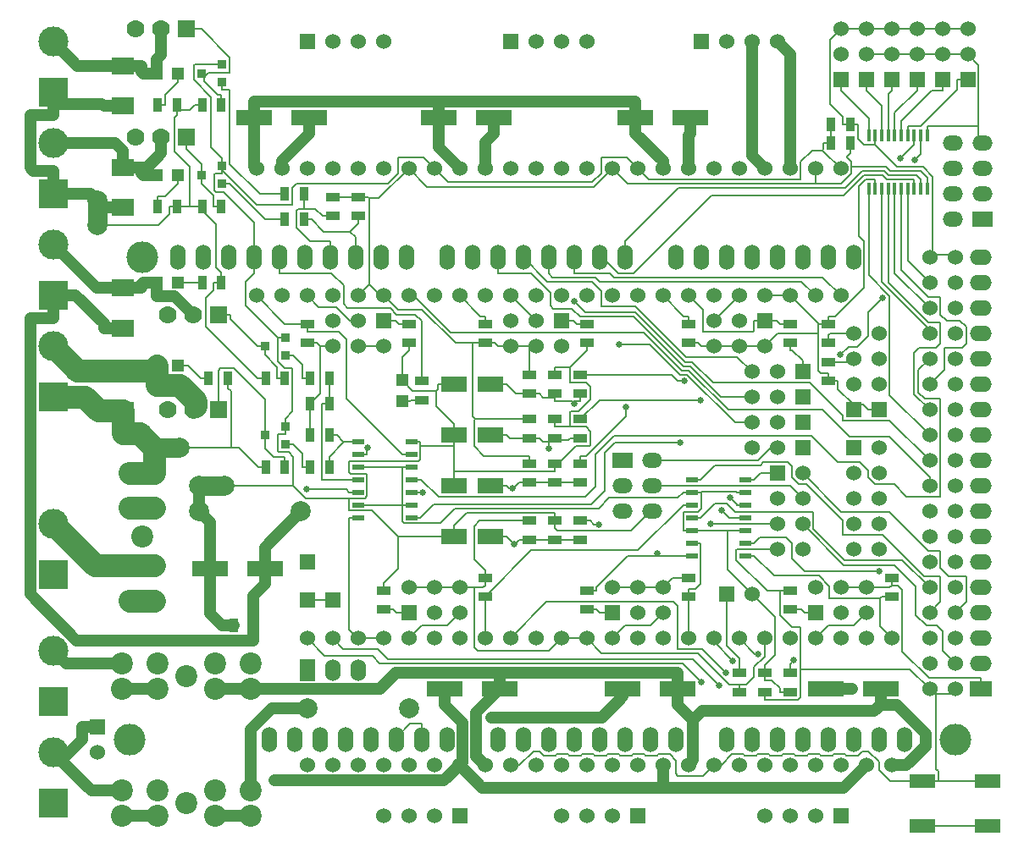
<source format=gtl>
G04 (created by PCBNEW-RS274X (2012-01-19 BZR 3256)-stable) date 25/06/2013 20:59:23*
G01*
G70*
G90*
%MOIN*%
G04 Gerber Fmt 3.4, Leading zero omitted, Abs format*
%FSLAX34Y34*%
G04 APERTURE LIST*
%ADD10C,0.006000*%
%ADD11C,0.015000*%
%ADD12R,0.016000X0.050000*%
%ADD13R,0.055000X0.035000*%
%ADD14R,0.035000X0.055000*%
%ADD15C,0.060000*%
%ADD16R,0.060000X0.060000*%
%ADD17R,0.047200X0.047200*%
%ADD18R,0.141700X0.063000*%
%ADD19R,0.102400X0.063000*%
%ADD20R,0.086600X0.060000*%
%ADD21O,0.086600X0.060000*%
%ADD22C,0.078700*%
%ADD23C,0.070000*%
%ADD24R,0.070000X0.070000*%
%ADD25R,0.036000X0.036000*%
%ADD26O,0.060000X0.100000*%
%ADD27C,0.125000*%
%ADD28R,0.118100X0.118100*%
%ADD29C,0.118100*%
%ADD30C,0.086600*%
%ADD31R,0.060000X0.086600*%
%ADD32O,0.060000X0.086600*%
%ADD33R,0.078700X0.060000*%
%ADD34O,0.078700X0.060000*%
%ADD35R,0.086600X0.070900*%
%ADD36R,0.098400X0.055000*%
%ADD37R,0.045000X0.020000*%
%ADD38C,0.025000*%
%ADD39C,0.045000*%
%ADD40C,0.008000*%
%ADD41C,0.090000*%
%ADD42C,0.045000*%
%ADD43C,0.069800*%
G04 APERTURE END LIST*
G54D10*
G54D11*
X08642Y13705D02*
X07658Y13705D01*
X07658Y13705D02*
X07658Y13803D01*
X07658Y13803D02*
X08642Y13803D01*
X08642Y13803D02*
X08642Y13902D01*
X08642Y13902D02*
X07855Y13902D01*
X07855Y13902D02*
X07855Y14000D01*
X07855Y14000D02*
X08347Y14000D01*
X08347Y14000D02*
X08347Y14098D01*
X08347Y14098D02*
X07756Y14098D01*
X07756Y14098D02*
X07756Y14197D01*
X07756Y14197D02*
X08544Y14197D01*
X08544Y14197D02*
X08544Y14295D01*
X08544Y14295D02*
X07756Y14295D01*
X03945Y25242D02*
X03945Y24258D01*
X03945Y24258D02*
X03847Y24258D01*
X03847Y24258D02*
X03847Y25242D01*
X03847Y25242D02*
X03748Y25242D01*
X03748Y25242D02*
X03748Y24455D01*
X03748Y24455D02*
X03650Y24455D01*
X03650Y24455D02*
X03650Y24947D01*
X03650Y24947D02*
X03552Y24947D01*
X03552Y24947D02*
X03552Y24356D01*
X03552Y24356D02*
X03453Y24356D01*
X03453Y24356D02*
X03453Y25144D01*
X03453Y25144D02*
X03355Y25144D01*
X03355Y25144D02*
X03355Y24356D01*
X05908Y15795D02*
X06892Y15795D01*
X06892Y15795D02*
X06892Y15697D01*
X06892Y15697D02*
X05908Y15697D01*
X05908Y15697D02*
X05908Y15598D01*
X05908Y15598D02*
X06695Y15598D01*
X06695Y15598D02*
X06695Y15500D01*
X06695Y15500D02*
X06203Y15500D01*
X06203Y15500D02*
X06203Y15402D01*
X06203Y15402D02*
X06794Y15402D01*
X06794Y15402D02*
X06794Y15303D01*
X06794Y15303D02*
X06006Y15303D01*
X06006Y15303D02*
X06006Y15205D01*
X06006Y15205D02*
X06794Y15205D01*
G54D12*
X34000Y25700D03*
X34250Y25700D03*
X34510Y25700D03*
X34770Y25700D03*
X35020Y25700D03*
X35280Y25700D03*
X35540Y25700D03*
X35790Y25700D03*
X36050Y25700D03*
X36300Y25700D03*
X36300Y27800D03*
X36050Y27800D03*
X35790Y27800D03*
X35540Y27800D03*
X35280Y27800D03*
X35020Y27800D03*
X34770Y27800D03*
X34510Y27800D03*
X34250Y27800D03*
X34000Y27800D03*
G54D13*
X34900Y10375D03*
X34900Y09625D03*
G54D14*
X11775Y24500D03*
X11025Y24500D03*
X07775Y25000D03*
X08525Y25000D03*
G54D13*
X18900Y19625D03*
X18900Y20375D03*
X32400Y18125D03*
X32400Y18875D03*
X32400Y20375D03*
X32400Y19625D03*
X30900Y20375D03*
X30900Y19625D03*
X11900Y19625D03*
X11900Y20375D03*
X22900Y20375D03*
X22900Y19625D03*
X15900Y20375D03*
X15900Y19625D03*
X26900Y10375D03*
X26900Y09625D03*
X18900Y10375D03*
X18900Y09625D03*
X22900Y09125D03*
X22900Y09875D03*
X14900Y09125D03*
X14900Y09875D03*
X30900Y09125D03*
X30900Y09875D03*
X16400Y18125D03*
X16400Y17375D03*
G54D14*
X33275Y27500D03*
X32525Y27500D03*
X09775Y08500D03*
X09025Y08500D03*
G54D13*
X20650Y16625D03*
X20650Y15875D03*
G54D14*
X33275Y28250D03*
X32525Y28250D03*
G54D13*
X26900Y19625D03*
X26900Y20375D03*
X20650Y14875D03*
X20650Y14125D03*
X20650Y12625D03*
X20650Y11875D03*
G54D14*
X08525Y22000D03*
X07775Y22000D03*
X06775Y25000D03*
X06025Y25000D03*
X08775Y18250D03*
X08025Y18250D03*
G54D15*
X18900Y08000D03*
X17900Y08000D03*
X16900Y08000D03*
X15900Y08000D03*
X14900Y08000D03*
X13900Y08000D03*
X12900Y08000D03*
X11900Y08000D03*
X11900Y03000D03*
X12900Y03000D03*
X13900Y03000D03*
X14900Y03000D03*
X15900Y03000D03*
X16900Y03000D03*
X17900Y03000D03*
X18900Y03000D03*
X26900Y08000D03*
X25900Y08000D03*
X24900Y08000D03*
X23900Y08000D03*
X22900Y08000D03*
X21900Y08000D03*
X20900Y08000D03*
X19900Y08000D03*
X19900Y03000D03*
X20900Y03000D03*
X21900Y03000D03*
X22900Y03000D03*
X23900Y03000D03*
X24900Y03000D03*
X25900Y03000D03*
X26900Y03000D03*
X34900Y08000D03*
X33900Y08000D03*
X32900Y08000D03*
X31900Y08000D03*
X30900Y08000D03*
X29900Y08000D03*
X28900Y08000D03*
X27900Y08000D03*
X27900Y03000D03*
X28900Y03000D03*
X29900Y03000D03*
X30900Y03000D03*
X31900Y03000D03*
X32900Y03000D03*
X33900Y03000D03*
X34900Y03000D03*
X09900Y21500D03*
X10900Y21500D03*
X11900Y21500D03*
X12900Y21500D03*
X13900Y21500D03*
X14900Y21500D03*
X15900Y21500D03*
X16900Y21500D03*
X16900Y26500D03*
X15900Y26500D03*
X14900Y26500D03*
X13900Y26500D03*
X12900Y26500D03*
X11900Y26500D03*
X10900Y26500D03*
X09900Y26500D03*
X17900Y21500D03*
X18900Y21500D03*
X19900Y21500D03*
X20900Y21500D03*
X21900Y21500D03*
X22900Y21500D03*
X23900Y21500D03*
X24900Y21500D03*
X24900Y26500D03*
X23900Y26500D03*
X22900Y26500D03*
X21900Y26500D03*
X20900Y26500D03*
X19900Y26500D03*
X18900Y26500D03*
X17900Y26500D03*
G54D16*
X33400Y17000D03*
G54D15*
X33400Y18000D03*
X33400Y19000D03*
X33400Y20000D03*
G54D16*
X15900Y09000D03*
G54D15*
X15900Y10000D03*
X16900Y09000D03*
X16900Y10000D03*
X17900Y09000D03*
X17900Y10000D03*
G54D16*
X14900Y20500D03*
G54D15*
X14900Y19500D03*
X13900Y20500D03*
X13900Y19500D03*
X12900Y20500D03*
X12900Y19500D03*
G54D16*
X29900Y20500D03*
G54D15*
X29900Y19500D03*
X28900Y20500D03*
X28900Y19500D03*
X27900Y20500D03*
X27900Y19500D03*
G54D16*
X31900Y09000D03*
G54D15*
X31900Y10000D03*
X32900Y09000D03*
X32900Y10000D03*
X33900Y09000D03*
X33900Y10000D03*
G54D16*
X23900Y09000D03*
G54D15*
X23900Y10000D03*
X24900Y09000D03*
X24900Y10000D03*
X25900Y09000D03*
X25900Y10000D03*
G54D16*
X31400Y17500D03*
G54D15*
X30400Y17500D03*
X29400Y17500D03*
G54D16*
X32900Y30000D03*
G54D15*
X32900Y31000D03*
X32900Y32000D03*
G54D16*
X34900Y30000D03*
G54D15*
X34900Y31000D03*
X34900Y32000D03*
G54D16*
X35900Y30000D03*
G54D15*
X35900Y31000D03*
X35900Y32000D03*
G54D16*
X36900Y30000D03*
G54D15*
X36900Y31000D03*
X36900Y32000D03*
G54D16*
X37900Y30000D03*
G54D15*
X37900Y31000D03*
X37900Y32000D03*
G54D16*
X31400Y18500D03*
G54D15*
X30400Y18500D03*
X29400Y18500D03*
G54D16*
X33900Y30000D03*
G54D15*
X33900Y31000D03*
X33900Y32000D03*
G54D16*
X31400Y16500D03*
G54D15*
X30400Y16500D03*
X29400Y16500D03*
G54D16*
X31400Y15500D03*
G54D15*
X30400Y15500D03*
X29400Y15500D03*
G54D16*
X03650Y04500D03*
G54D15*
X03650Y03500D03*
G54D16*
X12900Y09500D03*
X11900Y11000D03*
X11900Y09500D03*
G54D17*
X06813Y22000D03*
X05987Y22000D03*
X06813Y18750D03*
X05987Y18750D03*
X06813Y26250D03*
X05987Y26250D03*
G54D18*
X34483Y06000D03*
X32317Y06000D03*
X10233Y10750D03*
X08067Y10750D03*
X17067Y28500D03*
X19233Y28500D03*
X09817Y28500D03*
X11983Y28500D03*
X26483Y06000D03*
X24317Y06000D03*
X19483Y06000D03*
X17317Y06000D03*
G54D16*
X33400Y15500D03*
G54D15*
X34400Y15500D03*
X33400Y14500D03*
X34400Y14500D03*
X33400Y13500D03*
X34400Y13500D03*
X33400Y12500D03*
X34400Y12500D03*
X33400Y11500D03*
X34400Y11500D03*
G54D16*
X30400Y14500D03*
G54D15*
X31400Y14500D03*
X30400Y13500D03*
X31400Y13500D03*
X30400Y12500D03*
X31400Y12500D03*
X30400Y11500D03*
X31400Y11500D03*
G54D16*
X34400Y17000D03*
G54D15*
X34400Y18000D03*
X34400Y19000D03*
X34400Y20000D03*
G54D19*
X19109Y12000D03*
X17691Y12000D03*
X19109Y16000D03*
X17691Y16000D03*
X19109Y14000D03*
X17691Y14000D03*
G54D20*
X38400Y06000D03*
G54D21*
X38400Y07000D03*
X38400Y08000D03*
X38400Y09000D03*
X38400Y10000D03*
X38400Y11000D03*
X38400Y12000D03*
X38400Y13000D03*
X38400Y14000D03*
X38400Y15000D03*
X38400Y16000D03*
X38400Y17000D03*
X38400Y18000D03*
X38400Y19000D03*
X38400Y20000D03*
X38400Y21000D03*
X38400Y22000D03*
X38400Y23000D03*
G54D22*
X07650Y13000D03*
X11650Y13000D03*
X11900Y05250D03*
X15900Y05250D03*
G54D23*
X07400Y17000D03*
X06400Y17000D03*
G54D24*
X08400Y17000D03*
G54D23*
X06150Y27750D03*
X05150Y27750D03*
G54D24*
X07150Y27750D03*
G54D23*
X07400Y20750D03*
X06400Y20750D03*
G54D24*
X08400Y20750D03*
G54D25*
X08550Y26600D03*
X08550Y25900D03*
X07750Y26250D03*
G54D26*
X26400Y23000D03*
X27400Y23000D03*
X28400Y23000D03*
X29400Y23000D03*
X30400Y23000D03*
X31400Y23000D03*
X32400Y23000D03*
X33400Y23000D03*
X35400Y04000D03*
X34400Y04000D03*
X33400Y04000D03*
X32400Y04000D03*
X28400Y04000D03*
X26400Y04000D03*
X25400Y04000D03*
X29400Y04000D03*
X30400Y04000D03*
X31400Y04000D03*
X24400Y04000D03*
X23400Y04000D03*
X22400Y04000D03*
X19400Y04000D03*
X20400Y04000D03*
X21400Y04000D03*
X17400Y04000D03*
X16400Y04000D03*
X15400Y04000D03*
X13400Y04000D03*
X12400Y04000D03*
X24400Y23000D03*
X23400Y23000D03*
X22400Y23000D03*
X21400Y23000D03*
X20400Y23000D03*
X19400Y23000D03*
X18400Y23000D03*
X17400Y23000D03*
X15800Y23000D03*
X14800Y23000D03*
X13800Y23000D03*
X12800Y23000D03*
X11800Y23000D03*
X10800Y23000D03*
X09800Y23000D03*
X08800Y23000D03*
X14400Y04000D03*
G54D27*
X37400Y04000D03*
X05400Y23000D03*
X04900Y04000D03*
G54D15*
X36400Y22000D03*
X37400Y22000D03*
X36400Y21000D03*
X37400Y21000D03*
X36400Y20000D03*
X37400Y20000D03*
X36400Y19000D03*
X37400Y19000D03*
X36400Y23000D03*
X37400Y23000D03*
X37400Y18000D03*
X36400Y18000D03*
X36400Y17000D03*
X37400Y17000D03*
X36400Y16000D03*
X37400Y16000D03*
X36400Y15000D03*
X37400Y15000D03*
X36400Y14000D03*
X37400Y14000D03*
X36400Y13000D03*
X37400Y13000D03*
X36400Y12000D03*
X37400Y12000D03*
X36400Y11000D03*
X37400Y11000D03*
X36400Y10000D03*
X37400Y10000D03*
X36400Y09000D03*
X37400Y09000D03*
X36400Y08000D03*
X37400Y08000D03*
X36400Y07000D03*
X37400Y07000D03*
X36400Y06000D03*
X37400Y06000D03*
G54D26*
X07800Y23000D03*
X06800Y23000D03*
X11400Y04000D03*
X10400Y04000D03*
G54D17*
X15650Y17337D03*
X15650Y18163D03*
G54D13*
X29900Y06625D03*
X29900Y05875D03*
G54D23*
X06150Y32000D03*
X05150Y32000D03*
G54D24*
X07150Y32000D03*
G54D25*
X08550Y30600D03*
X08550Y29900D03*
X07750Y30250D03*
G54D14*
X11775Y25500D03*
X11025Y25500D03*
X07775Y29000D03*
X08525Y29000D03*
X06775Y29000D03*
X06025Y29000D03*
G54D28*
X01900Y05500D03*
G54D29*
X01900Y07500D03*
G54D28*
X01900Y29500D03*
G54D29*
X01900Y31500D03*
G54D17*
X06813Y30250D03*
X05987Y30250D03*
G54D16*
X17900Y01000D03*
G54D15*
X16900Y01000D03*
X15900Y01000D03*
X14900Y01000D03*
G54D16*
X24900Y01000D03*
G54D15*
X23900Y01000D03*
X22900Y01000D03*
X21900Y01000D03*
G54D16*
X32900Y01000D03*
G54D15*
X31900Y01000D03*
X30900Y01000D03*
X29900Y01000D03*
G54D16*
X11900Y31500D03*
G54D15*
X12900Y31500D03*
X13900Y31500D03*
X14900Y31500D03*
G54D30*
X08292Y01992D03*
X06008Y01992D03*
X06008Y01008D03*
X04630Y01992D03*
X04630Y01008D03*
X08292Y01008D03*
X09670Y01008D03*
X09670Y01992D03*
X07150Y01500D03*
X08292Y06992D03*
X06008Y06992D03*
X06008Y06008D03*
X04630Y06992D03*
X04630Y06008D03*
X08292Y06008D03*
X09670Y06008D03*
X09670Y06992D03*
X07150Y06500D03*
X04908Y13142D03*
X04908Y10858D03*
X05892Y10858D03*
X04908Y09480D03*
X05892Y09480D03*
X05892Y13142D03*
X05892Y14520D03*
X04908Y14520D03*
X05400Y12000D03*
G54D13*
X20650Y18375D03*
X20650Y17625D03*
G54D31*
X11900Y06750D03*
G54D32*
X12900Y06750D03*
X13900Y06750D03*
G54D19*
X19109Y18000D03*
X17691Y18000D03*
G54D33*
X38498Y24500D03*
G54D34*
X37302Y24500D03*
X38498Y25500D03*
X37302Y25500D03*
X38498Y26500D03*
X37302Y26500D03*
X38498Y27500D03*
X37302Y27500D03*
G54D13*
X21650Y17625D03*
X21650Y18375D03*
X21650Y15875D03*
X21650Y16625D03*
X21650Y11875D03*
X21650Y12625D03*
X21650Y14125D03*
X21650Y14875D03*
X13900Y25375D03*
X13900Y24625D03*
X12900Y25375D03*
X12900Y24625D03*
X22650Y18375D03*
X22650Y17625D03*
X22650Y16625D03*
X22650Y15875D03*
X22650Y12625D03*
X22650Y11875D03*
X22650Y14875D03*
X22650Y14125D03*
G54D35*
X04650Y18540D03*
X04650Y16960D03*
X04650Y21790D03*
X04650Y20210D03*
X04650Y26540D03*
X04650Y24960D03*
X04650Y30540D03*
X04650Y28960D03*
G54D28*
X01900Y21500D03*
G54D29*
X01900Y23500D03*
G54D28*
X01900Y17500D03*
G54D29*
X01900Y19500D03*
G54D28*
X01900Y25500D03*
G54D29*
X01900Y27500D03*
G54D28*
X01900Y01500D03*
G54D29*
X01900Y03500D03*
G54D28*
X01900Y10500D03*
G54D29*
X01900Y12500D03*
G54D36*
X36121Y00614D03*
X36121Y02386D03*
X38680Y00614D03*
X38680Y02386D03*
G54D22*
X08642Y14000D03*
X07658Y14000D03*
X03650Y25242D03*
X03650Y24258D03*
X05908Y15500D03*
X06892Y15500D03*
G54D25*
X11050Y16350D03*
X11050Y15650D03*
X10250Y16000D03*
X11050Y19850D03*
X11050Y19150D03*
X10250Y19500D03*
G54D37*
X27050Y14250D03*
X27050Y13750D03*
X27050Y13250D03*
X27050Y12750D03*
X27050Y12250D03*
X27050Y11750D03*
X27050Y11250D03*
X29150Y11250D03*
X29150Y11750D03*
X29150Y12250D03*
X29150Y12750D03*
X29150Y13250D03*
X29150Y13750D03*
X29150Y14250D03*
X16000Y12750D03*
X16000Y13250D03*
X16000Y13750D03*
X16000Y14250D03*
X16000Y14750D03*
X16000Y15250D03*
X16000Y15750D03*
X13900Y15750D03*
X13900Y15250D03*
X13900Y14750D03*
X13900Y14250D03*
X13900Y13750D03*
X13900Y13250D03*
X13900Y12750D03*
G54D13*
X30900Y05875D03*
X30900Y06625D03*
X28900Y05875D03*
X28900Y06625D03*
G54D14*
X12025Y16000D03*
X12775Y16000D03*
X12025Y17250D03*
X12775Y17250D03*
X12775Y14750D03*
X12025Y14750D03*
X12775Y18250D03*
X12025Y18250D03*
X10275Y14750D03*
X11025Y14750D03*
X10275Y18250D03*
X11025Y18250D03*
G54D16*
X28400Y09750D03*
G54D15*
X29400Y09750D03*
G54D16*
X19900Y31500D03*
G54D15*
X20900Y31500D03*
X21900Y31500D03*
X22900Y31500D03*
G54D16*
X27400Y31500D03*
G54D15*
X28400Y31500D03*
X29400Y31500D03*
X30400Y31500D03*
G54D18*
X24817Y28500D03*
X26983Y28500D03*
G54D15*
X25900Y21500D03*
X26900Y21500D03*
X27900Y21500D03*
X28900Y21500D03*
X29900Y21500D03*
X30900Y21500D03*
X31900Y21500D03*
X32900Y21500D03*
X32900Y26500D03*
X31900Y26500D03*
X30900Y26500D03*
X29900Y26500D03*
X28900Y26500D03*
X27900Y26500D03*
X26900Y26500D03*
X25900Y26500D03*
G54D16*
X21900Y20500D03*
G54D15*
X21900Y19500D03*
X20900Y20500D03*
X20900Y19500D03*
X19900Y20500D03*
X19900Y19500D03*
G54D33*
X24302Y15000D03*
G54D34*
X25498Y15000D03*
X24302Y14000D03*
X25498Y14000D03*
X24302Y13000D03*
X25498Y13000D03*
G54D38*
X31045Y07128D03*
X14284Y15509D03*
X11886Y13856D03*
X28539Y13522D03*
X28214Y13035D03*
X26576Y15715D03*
X16433Y13750D03*
X22400Y21275D03*
X25686Y11330D03*
G54D39*
X33334Y06000D03*
X10603Y02391D03*
X19147Y04888D03*
G54D38*
X24441Y17112D03*
X26757Y18127D03*
X23383Y12481D03*
X32868Y19157D03*
X34549Y21413D03*
X27379Y17374D03*
X27781Y12500D03*
X24182Y19579D03*
X20039Y11705D03*
X19998Y13893D03*
X21400Y15485D03*
X22400Y17235D03*
X35831Y26842D03*
X35262Y26899D03*
X27408Y06285D03*
X28128Y06126D03*
X28382Y06653D03*
X28644Y07119D03*
X34408Y10625D03*
X29651Y07388D03*
G54D40*
X32476Y31576D02*
X32900Y32000D01*
X32476Y29049D02*
X32476Y31576D01*
X35900Y32000D02*
X36900Y32000D01*
X32900Y32000D02*
X33900Y32000D01*
X25400Y15000D02*
X29651Y15000D01*
X32977Y28250D02*
X32977Y28548D01*
X34900Y32000D02*
X33900Y32000D01*
X36900Y32000D02*
X37900Y32000D01*
X36511Y23111D02*
X37289Y23111D01*
X11900Y09500D02*
X12900Y09500D01*
X29651Y15000D02*
X30151Y15500D01*
X34900Y32000D02*
X35900Y32000D01*
X36511Y23111D02*
X36511Y26183D01*
X36400Y23000D02*
X36511Y23111D01*
X36132Y26562D02*
X35115Y26562D01*
X32977Y28548D02*
X32476Y29049D01*
X37289Y23111D02*
X37400Y23000D01*
X35115Y26562D02*
X34250Y27427D01*
X33275Y28250D02*
X33573Y28250D01*
X33573Y27669D02*
X33815Y27427D01*
X33815Y27427D02*
X34250Y27427D01*
X34250Y27800D02*
X34250Y27427D01*
X33275Y28250D02*
X32977Y28250D01*
X30151Y15500D02*
X30400Y15500D01*
X36511Y26183D02*
X36132Y26562D01*
X33573Y28250D02*
X33573Y27669D01*
G54D41*
X05892Y14520D02*
X04908Y14520D01*
X05892Y15484D02*
X05892Y14520D01*
X04650Y16960D02*
X03684Y16960D01*
X03144Y17500D02*
X01900Y17500D01*
X05908Y15500D02*
X05892Y15484D01*
X05304Y16072D02*
X04650Y16072D01*
X03684Y16960D02*
X03144Y17500D01*
X05892Y13142D02*
X04908Y13142D01*
X05892Y15484D02*
X05304Y16072D01*
X04650Y16960D02*
X04650Y16072D01*
G54D40*
X18473Y07644D02*
X18605Y07512D01*
X33323Y26562D02*
X34692Y26562D01*
X29748Y14500D02*
X29498Y14250D01*
X30400Y14500D02*
X29748Y14500D01*
X29150Y14250D02*
X29498Y14250D01*
X18605Y07512D02*
X21412Y07512D01*
X18473Y10000D02*
X18473Y07644D01*
X21412Y07512D02*
X21900Y08000D01*
X21900Y08000D02*
X22900Y08000D01*
X16615Y25785D02*
X15900Y26500D01*
X23185Y25785D02*
X16615Y25785D01*
X34855Y26399D02*
X36051Y26399D01*
X34692Y26562D02*
X34855Y26399D01*
X32102Y18423D02*
X32400Y18423D01*
X32002Y20000D02*
X32002Y18523D01*
X32002Y20000D02*
X30400Y20000D01*
X33323Y26319D02*
X32904Y25900D01*
X13900Y25375D02*
X14298Y25375D01*
X12900Y25375D02*
X13900Y25375D01*
X13552Y08348D02*
X13900Y08000D01*
X33275Y27500D02*
X33275Y27102D01*
X33323Y26766D02*
X33323Y26562D01*
X33158Y26931D02*
X33323Y26766D01*
X33158Y26985D02*
X33158Y26931D01*
X33275Y27102D02*
X33158Y26985D01*
X14794Y21500D02*
X14347Y21947D01*
X33323Y26562D02*
X33323Y26319D01*
X24500Y25900D02*
X23900Y26500D01*
X31900Y25900D02*
X24500Y25900D01*
X19423Y19500D02*
X19900Y19500D01*
X19298Y19625D02*
X19423Y19500D01*
X13552Y12750D02*
X13552Y08348D01*
X13900Y08000D02*
X14900Y08000D01*
X29900Y19500D02*
X28900Y19500D01*
X14726Y25326D02*
X15900Y26500D01*
X14347Y25326D02*
X14726Y25326D01*
X14298Y25375D02*
X14347Y25326D01*
X20650Y18375D02*
X20650Y18673D01*
X32904Y25900D02*
X31900Y25900D01*
X23900Y26500D02*
X23185Y25785D01*
X28900Y19500D02*
X27900Y19500D01*
X30900Y21500D02*
X29900Y21500D01*
X32002Y20375D02*
X32002Y20000D01*
X32002Y18523D02*
X32102Y18423D01*
X30400Y20000D02*
X29900Y19500D01*
X20650Y15173D02*
X18863Y15173D01*
X18520Y16625D02*
X20650Y16625D01*
X31900Y26500D02*
X31900Y25900D01*
X20650Y19500D02*
X20650Y18673D01*
X19900Y19500D02*
X20650Y19500D01*
X20650Y19500D02*
X20900Y19500D01*
X18400Y19625D02*
X17735Y19625D01*
X18900Y19625D02*
X18400Y19625D01*
X14915Y21500D02*
X14900Y21500D01*
X15465Y20950D02*
X14915Y21500D01*
X16410Y20950D02*
X15465Y20950D01*
X17735Y19625D02*
X16410Y20950D01*
X18400Y16745D02*
X18520Y16625D01*
X18400Y19625D02*
X18400Y16745D01*
X18466Y16571D02*
X18520Y16625D01*
X18466Y15570D02*
X18466Y16571D01*
X18863Y15173D02*
X18466Y15570D01*
X20650Y14875D02*
X20650Y15173D01*
X13900Y19500D02*
X14900Y19500D01*
X27900Y19500D02*
X27423Y19500D01*
X26900Y19625D02*
X27298Y19625D01*
X28900Y05875D02*
X28900Y06173D01*
X29900Y07286D02*
X29900Y08000D01*
X13900Y12750D02*
X13552Y12750D01*
X33400Y17000D02*
X33400Y17212D01*
X34400Y17000D02*
X33977Y17000D01*
X20252Y12625D02*
X18674Y12625D01*
X18823Y10000D02*
X18900Y10077D01*
X18900Y10375D02*
X18900Y10077D01*
X16900Y10000D02*
X17900Y10000D01*
X18900Y10375D02*
X18900Y10673D01*
X20650Y12625D02*
X20252Y12625D01*
X17900Y10000D02*
X18473Y10000D01*
X11900Y19625D02*
X12298Y19625D01*
X12423Y19500D02*
X12298Y19625D01*
X12900Y19500D02*
X12423Y19500D01*
X18473Y10000D02*
X18823Y10000D01*
X14900Y21500D02*
X14794Y21500D01*
X23900Y10000D02*
X24900Y10000D01*
X14347Y25326D02*
X14347Y21947D01*
X14347Y21947D02*
X13900Y21500D01*
X16900Y10000D02*
X15900Y10000D01*
X18900Y19625D02*
X19298Y19625D01*
X12423Y17648D02*
X12025Y17250D01*
X12025Y17250D02*
X12025Y16000D01*
X18466Y12417D02*
X18466Y11107D01*
X18674Y12625D02*
X18466Y12417D01*
X32698Y20673D02*
X33824Y21799D01*
X29198Y06173D02*
X29486Y06461D01*
X28900Y06173D02*
X29198Y06173D01*
X32400Y18125D02*
X32400Y18423D01*
X32400Y18125D02*
X32798Y18125D01*
X27423Y19500D02*
X27298Y19625D01*
X32329Y20375D02*
X32400Y20375D01*
X33869Y26073D02*
X34250Y26073D01*
X33600Y25804D02*
X33869Y26073D01*
X33600Y23848D02*
X33600Y25804D01*
X33824Y23624D02*
X33600Y23848D01*
X33824Y21799D02*
X33824Y23624D01*
X29486Y06461D02*
X29486Y06872D01*
X32400Y20673D02*
X32698Y20673D01*
X32400Y20375D02*
X32400Y20673D01*
X34250Y25700D02*
X34250Y26073D01*
X32900Y10000D02*
X33900Y10000D01*
X34823Y10000D02*
X34900Y10077D01*
X33900Y10000D02*
X34823Y10000D01*
X34900Y10375D02*
X34900Y10077D01*
X35150Y10077D02*
X34900Y10077D01*
X35325Y09902D02*
X35150Y10077D01*
X35325Y07472D02*
X35325Y09902D01*
X36374Y06423D02*
X35325Y07472D01*
X26275Y10375D02*
X26502Y10375D01*
X32002Y20398D02*
X32002Y20375D01*
X30900Y21500D02*
X32002Y20398D01*
X23491Y07409D02*
X27277Y07409D01*
X33400Y17212D02*
X33765Y17212D01*
X32329Y20375D02*
X32002Y20375D01*
X36300Y26150D02*
X36300Y25700D01*
X36051Y26399D02*
X36300Y26150D01*
X25900Y10000D02*
X26275Y10375D01*
X12423Y19500D02*
X12423Y17648D01*
X18466Y11107D02*
X18900Y10673D01*
X29486Y06872D02*
X29900Y07286D01*
X38400Y06423D02*
X36374Y06423D01*
X32798Y17814D02*
X32798Y18125D01*
X33765Y17212D02*
X33977Y17000D01*
X26900Y10375D02*
X26502Y10375D01*
X33400Y17212D02*
X32798Y17814D01*
X28512Y06173D02*
X28900Y06173D01*
X27277Y07408D02*
X28512Y06173D01*
X38400Y06000D02*
X38400Y06423D01*
X22900Y08000D02*
X23491Y07409D01*
X27277Y07409D02*
X27277Y07408D01*
X24900Y10000D02*
X25900Y10000D01*
G54D42*
X24817Y28500D02*
X24817Y29123D01*
X15388Y06623D02*
X19483Y06623D01*
X09817Y29123D02*
X17067Y29123D01*
X24817Y28500D02*
X24817Y27877D01*
X26483Y06000D02*
X26483Y06623D01*
X25900Y26794D02*
X25900Y26500D01*
X34483Y05429D02*
X34483Y05377D01*
X08292Y06008D02*
X09670Y06008D01*
X18556Y05073D02*
X18556Y03344D01*
X34483Y05377D02*
X34228Y05122D01*
X19483Y06623D02*
X26483Y06623D01*
X34228Y05122D02*
X27442Y05122D01*
X34483Y05377D02*
X35106Y05377D01*
X19483Y06490D02*
X19483Y06623D01*
X35484Y03000D02*
X34900Y03000D01*
X17067Y28500D02*
X17067Y27333D01*
X17067Y29123D02*
X24817Y29123D01*
X09817Y28500D02*
X09817Y29123D01*
X27442Y05122D02*
X27090Y04770D01*
X34483Y06000D02*
X34483Y05429D01*
X14773Y06008D02*
X15388Y06623D01*
X27090Y04770D02*
X26483Y05377D01*
X09670Y06008D02*
X14773Y06008D01*
X17067Y27333D02*
X17900Y26500D01*
X26483Y06000D02*
X26483Y05377D01*
X18556Y03344D02*
X18900Y03000D01*
X27090Y03190D02*
X27090Y04770D01*
X17067Y28500D02*
X17067Y29123D01*
X09817Y26583D02*
X09900Y26500D01*
X36239Y04244D02*
X36239Y03755D01*
X19483Y06000D02*
X19483Y06490D01*
X09817Y28500D02*
X09817Y26583D01*
X24817Y27877D02*
X25900Y26794D01*
X36239Y03755D02*
X35484Y03000D01*
X35106Y05377D02*
X36239Y04244D01*
X26900Y03000D02*
X27090Y03190D01*
X19483Y06000D02*
X18556Y05073D01*
X02349Y21500D02*
X02798Y21500D01*
X10233Y11583D02*
X10233Y10750D01*
X01900Y21500D02*
X01900Y20602D01*
X01002Y20602D02*
X01000Y20600D01*
X01000Y20600D02*
X01000Y09731D01*
X11650Y13000D02*
X10233Y11583D01*
X09775Y08500D02*
X09775Y07917D01*
X02814Y07917D02*
X09775Y07917D01*
X01900Y20602D02*
X01002Y20602D01*
X01000Y09731D02*
X02814Y07917D01*
X01001Y26529D02*
X01001Y28601D01*
X04650Y28960D02*
X03909Y28960D01*
X03909Y24983D02*
X03650Y25242D01*
X02349Y21500D02*
X01900Y21500D01*
X01900Y29051D02*
X01900Y28602D01*
X02798Y21500D02*
X03909Y20389D01*
X03650Y25242D02*
X03392Y25500D01*
X01900Y29500D02*
X01900Y29051D01*
X11900Y05250D02*
X10526Y05250D01*
X10233Y10750D02*
X10233Y10127D01*
X04650Y20210D02*
X03909Y20210D01*
X01002Y28602D02*
X01900Y28602D01*
X01001Y28601D02*
X01002Y28602D01*
X01131Y26399D02*
X01001Y26529D01*
X03909Y20389D02*
X03909Y20210D01*
X09670Y01008D02*
X08292Y01008D01*
X04650Y24960D02*
X03909Y24960D01*
X01900Y29051D02*
X03818Y29051D01*
X03818Y29051D02*
X03909Y28960D01*
X01900Y26399D02*
X01131Y26399D01*
X10233Y10127D02*
X09775Y09669D01*
X09670Y04394D02*
X09670Y01992D01*
X03392Y25500D02*
X01900Y25500D01*
X10526Y05250D02*
X09670Y04394D01*
X09775Y09669D02*
X09775Y08500D01*
X01900Y25500D02*
X01900Y26399D01*
X03909Y24960D02*
X03909Y24983D01*
G54D40*
X30900Y06983D02*
X30900Y06625D01*
X31045Y07128D02*
X30900Y06983D01*
G54D41*
X05892Y09480D02*
X04908Y09480D01*
X05892Y10858D02*
X04908Y10858D01*
X03542Y10858D02*
X01900Y12500D01*
X04908Y10858D02*
X03542Y10858D01*
G54D40*
X10800Y23000D02*
X10800Y22377D01*
X15431Y20753D02*
X15171Y21013D01*
X16146Y20753D02*
X15431Y20753D01*
X13485Y21013D02*
X13334Y21164D01*
X16400Y18423D02*
X16400Y20499D01*
X15171Y21013D02*
X13485Y21013D01*
X16400Y18125D02*
X16400Y18423D01*
X16400Y20499D02*
X16146Y20753D01*
X13334Y21164D02*
X13334Y21905D01*
X12862Y22377D02*
X10800Y22377D01*
X13334Y21905D02*
X12862Y22377D01*
G54D42*
X04630Y06008D02*
X06008Y06008D01*
X02408Y06992D02*
X01900Y07500D01*
X04630Y06992D02*
X02408Y06992D01*
X05391Y26302D02*
X05443Y26250D01*
X04352Y27500D02*
X04650Y27202D01*
X05391Y26540D02*
X05391Y26302D01*
X06150Y27091D02*
X05599Y26540D01*
X06150Y27750D02*
X06150Y27091D01*
X04650Y26540D02*
X04650Y27202D01*
X05987Y26250D02*
X05443Y26250D01*
X05599Y26540D02*
X05391Y26540D01*
X01900Y27500D02*
X04352Y27500D01*
X04650Y26540D02*
X05391Y26540D01*
G54D41*
X07516Y17131D02*
X07516Y17332D01*
X05987Y18750D02*
X05987Y18497D01*
X05987Y18497D02*
X05987Y17981D01*
X02860Y18540D02*
X04650Y18540D01*
X01900Y19500D02*
X02860Y18540D01*
X05659Y18497D02*
X05987Y18497D01*
X05616Y18540D02*
X05659Y18497D01*
X04650Y18540D02*
X05616Y18540D01*
G54D43*
X07516Y17116D02*
X07400Y17000D01*
X07516Y17131D02*
X07516Y17116D01*
G54D41*
X06867Y17981D02*
X05987Y17981D01*
X07516Y17332D02*
X06867Y17981D01*
G54D42*
X05987Y22000D02*
X05987Y21456D01*
X05391Y21790D02*
X05391Y21948D01*
X05987Y22000D02*
X05443Y22000D01*
X06694Y21456D02*
X05987Y21456D01*
X01900Y23500D02*
X03610Y21790D01*
X04650Y21790D02*
X05391Y21790D01*
X05391Y21948D02*
X05443Y22000D01*
X07400Y20750D02*
X06694Y21456D01*
X03610Y21790D02*
X04650Y21790D01*
X02860Y30540D02*
X04650Y30540D01*
X01900Y31500D02*
X02860Y30540D01*
X05391Y30302D02*
X05443Y30250D01*
X05391Y30540D02*
X05391Y30302D01*
X05987Y30250D02*
X05443Y30250D01*
X04650Y30540D02*
X05391Y30540D01*
X06150Y30957D02*
X05987Y30794D01*
X06150Y32000D02*
X06150Y30957D01*
X05987Y30250D02*
X05987Y30794D01*
G54D40*
X07775Y29000D02*
X07477Y29000D01*
X07926Y21401D02*
X08227Y21702D01*
X08227Y21702D02*
X08227Y22000D01*
X10275Y18250D02*
X09945Y18250D01*
X08525Y22000D02*
X08525Y22398D01*
X07626Y25000D02*
X08307Y24319D01*
X08525Y22000D02*
X08227Y22000D01*
X08307Y24319D02*
X08307Y22616D01*
X07626Y25000D02*
X07477Y25000D01*
X06775Y28801D02*
X07278Y28801D01*
X09945Y18250D02*
X07926Y20269D01*
X07926Y20269D02*
X07926Y21401D01*
X07775Y25000D02*
X07626Y25000D01*
X08307Y22616D02*
X08525Y22398D01*
X07284Y25000D02*
X07477Y25000D01*
X07073Y25000D02*
X07284Y25000D01*
X07284Y26579D02*
X06676Y27187D01*
X06676Y27187D02*
X06676Y28503D01*
X06775Y28801D02*
X06775Y28602D01*
X06676Y28503D02*
X06775Y28602D01*
X06775Y25000D02*
X07073Y25000D01*
X06775Y25000D02*
X06477Y25000D01*
X06033Y24258D02*
X06477Y24702D01*
X07278Y28801D02*
X07477Y29000D01*
X07284Y25000D02*
X07284Y26579D01*
X06775Y29000D02*
X06775Y28801D01*
X06477Y24702D02*
X06477Y25000D01*
X03650Y24258D02*
X06033Y24258D01*
G54D42*
X04630Y01008D02*
X06008Y01008D01*
X03408Y01992D02*
X02217Y03183D01*
X04630Y01992D02*
X03408Y01992D01*
X02217Y03183D02*
X01900Y03500D01*
X03042Y04008D02*
X03042Y04500D01*
X02217Y03183D02*
X03042Y04008D01*
X03650Y04500D02*
X03042Y04500D01*
G54D40*
X38680Y00614D02*
X36121Y00614D01*
G54D42*
X29400Y27000D02*
X29900Y26500D01*
X29400Y31500D02*
X29400Y27000D01*
X30900Y31000D02*
X30900Y26500D01*
X30400Y31500D02*
X30900Y31000D01*
G54D40*
X13900Y24625D02*
X13900Y24327D01*
X11775Y24500D02*
X12073Y24500D01*
X12557Y24016D02*
X12073Y24500D01*
X13589Y24016D02*
X12557Y24016D01*
X13589Y24016D02*
X13900Y24327D01*
X13800Y23623D02*
X13800Y23805D01*
X13800Y23000D02*
X13800Y23623D01*
X13800Y23805D02*
X13589Y24016D01*
X32922Y12978D02*
X31400Y14500D01*
X36802Y11434D02*
X36353Y11434D01*
X37157Y10424D02*
X36824Y10757D01*
X37400Y09000D02*
X37834Y09434D01*
X36824Y11412D02*
X36802Y11434D01*
X34809Y12978D02*
X32922Y12978D01*
X37834Y09434D02*
X37834Y10402D01*
X36824Y10757D02*
X36824Y11412D01*
X36353Y11434D02*
X34809Y12978D01*
X37812Y10424D02*
X37157Y10424D01*
X37834Y10402D02*
X37812Y10424D01*
X36900Y08268D02*
X36900Y07500D01*
X36900Y07500D02*
X37400Y07000D01*
X33023Y10877D02*
X35023Y10877D01*
X35023Y10877D02*
X35863Y10037D01*
X35863Y10037D02*
X35863Y08909D01*
X35863Y08909D02*
X36272Y08500D01*
X36272Y08500D02*
X36668Y08500D01*
X36668Y08500D02*
X36900Y08268D01*
X31400Y12500D02*
X33023Y10877D01*
X14248Y15473D02*
X14284Y15509D01*
X14248Y15250D02*
X14248Y15473D01*
X13900Y15250D02*
X14248Y15250D01*
X12775Y16000D02*
X13073Y16000D01*
X12775Y14750D02*
X12775Y15148D01*
X13323Y15696D02*
X12775Y15148D01*
X13323Y15750D02*
X13323Y15696D01*
X13900Y15750D02*
X13323Y15750D01*
X13323Y15750D02*
X13073Y16000D01*
X13446Y13856D02*
X11886Y13856D01*
X13900Y13750D02*
X13552Y13750D01*
X13552Y13750D02*
X13446Y13856D01*
X13900Y14250D02*
X12498Y14250D01*
X12775Y17250D02*
X12477Y17250D01*
X12498Y14250D02*
X12477Y14271D01*
X12775Y18250D02*
X12775Y17250D01*
X12477Y14271D02*
X12477Y17250D01*
X23989Y22214D02*
X32186Y22214D01*
X23826Y22377D02*
X23989Y22214D01*
X22400Y22377D02*
X23826Y22377D01*
X22400Y23000D02*
X22400Y22377D01*
X32186Y22214D02*
X32900Y21500D01*
X28802Y13250D02*
X28802Y13259D01*
X28802Y13259D02*
X28539Y13522D01*
X29150Y13250D02*
X28802Y13250D01*
X28499Y12750D02*
X28214Y13035D01*
X29150Y12750D02*
X28499Y12750D01*
X26727Y20673D02*
X26900Y20673D01*
X25900Y21500D02*
X26727Y20673D01*
X26900Y20375D02*
X26900Y20673D01*
X21400Y23000D02*
X21400Y22377D01*
X21400Y22377D02*
X21564Y22213D01*
X21564Y22213D02*
X23263Y22213D01*
X23263Y22213D02*
X23430Y22046D01*
X23430Y22046D02*
X31354Y22046D01*
X31354Y22046D02*
X31900Y21500D01*
X22850Y13277D02*
X22861Y13277D01*
X16000Y12750D02*
X16348Y12750D01*
X23077Y13277D02*
X23600Y13800D01*
X16875Y13277D02*
X22850Y13277D01*
X24015Y15715D02*
X24283Y15715D01*
X23600Y13800D02*
X23600Y15300D01*
X23600Y15300D02*
X24015Y15715D01*
X16348Y12750D02*
X16875Y13277D01*
X22850Y13277D02*
X23077Y13277D01*
X24283Y15715D02*
X26576Y15715D01*
X18900Y20375D02*
X18900Y20673D01*
X16000Y13750D02*
X16433Y13750D01*
X18727Y20673D02*
X18900Y20673D01*
X17900Y21500D02*
X18727Y20673D01*
X24821Y20837D02*
X22838Y20837D01*
X32973Y16596D02*
X32973Y16760D01*
X34826Y16574D02*
X32995Y16574D01*
X32995Y16574D02*
X32973Y16596D01*
X32973Y16760D02*
X31673Y18060D01*
X36400Y15000D02*
X34826Y16574D01*
X31673Y18060D02*
X27868Y18060D01*
X27064Y18864D02*
X26794Y18864D01*
X26794Y18864D02*
X24821Y20837D01*
X27868Y18060D02*
X27064Y18864D01*
X22838Y20837D02*
X22400Y21275D01*
X35957Y18557D02*
X35957Y17677D01*
X35957Y17677D02*
X36200Y17434D01*
X36824Y13588D02*
X36812Y13576D01*
X36802Y17434D02*
X36824Y17412D01*
X22846Y13562D02*
X17076Y13562D01*
X32797Y14939D02*
X31763Y15973D01*
X36812Y13576D02*
X35497Y13576D01*
X36824Y17412D02*
X36824Y13588D01*
X23973Y15973D02*
X23250Y15250D01*
X35014Y14059D02*
X34243Y14059D01*
X34243Y14059D02*
X33977Y14325D01*
X36400Y19000D02*
X35957Y18557D01*
X16388Y14250D02*
X16000Y14250D01*
X23250Y13966D02*
X22846Y13562D01*
X17076Y13562D02*
X16388Y14250D01*
X35497Y13576D02*
X35014Y14059D01*
X36200Y17434D02*
X36802Y17434D01*
X31763Y15973D02*
X23973Y15973D01*
X23250Y15250D02*
X23250Y13966D01*
X33638Y14939D02*
X32797Y14939D01*
X33977Y14600D02*
X33638Y14939D01*
X33977Y14325D02*
X33977Y14600D01*
X09900Y21500D02*
X11025Y20375D01*
X16000Y15250D02*
X15652Y15250D01*
X11900Y20375D02*
X11900Y20077D01*
X15652Y15250D02*
X13459Y17443D01*
X13459Y17443D02*
X13459Y19766D01*
X13459Y19766D02*
X13148Y20077D01*
X13148Y20077D02*
X11900Y20077D01*
X11025Y20375D02*
X11900Y20375D01*
X32183Y17000D02*
X28466Y17000D01*
X36400Y14341D02*
X34817Y15924D01*
X36400Y14000D02*
X36400Y14341D01*
X16091Y21500D02*
X15900Y21500D01*
X34817Y15924D02*
X33259Y15924D01*
X26658Y18538D02*
X25160Y20036D01*
X33259Y15924D02*
X32183Y17000D01*
X17555Y20036D02*
X16091Y21500D01*
X26928Y18538D02*
X26658Y18538D01*
X28466Y17000D02*
X26928Y18538D01*
X25160Y20036D02*
X17555Y20036D01*
X12229Y24898D02*
X11775Y24898D01*
X12502Y24625D02*
X12229Y24898D01*
X11775Y24898D02*
X11549Y24898D01*
X11549Y24898D02*
X11477Y24826D01*
X12027Y23624D02*
X12800Y23624D01*
X12800Y23624D02*
X12800Y23623D01*
X11775Y25500D02*
X11775Y24898D01*
X11477Y24826D02*
X11477Y24174D01*
X12900Y24625D02*
X12502Y24625D01*
X12800Y23000D02*
X12800Y23623D01*
X11477Y24174D02*
X12027Y23624D01*
X09800Y22841D02*
X09800Y22377D01*
X10747Y15356D02*
X10747Y16025D01*
X38324Y30576D02*
X37900Y31000D01*
X38324Y28173D02*
X38324Y30576D01*
X21650Y18673D02*
X22246Y18673D01*
X08642Y14000D02*
X11354Y14000D01*
X32525Y27500D02*
X32227Y27500D01*
X22246Y18673D02*
X22900Y19327D01*
X10769Y16047D02*
X11050Y16047D01*
X11050Y19850D02*
X10747Y19850D01*
X08550Y26600D02*
X08550Y26449D01*
X30502Y09875D02*
X30001Y09875D01*
X30001Y09875D02*
X28794Y11082D01*
X28794Y11082D02*
X28794Y11478D01*
X28794Y11478D02*
X28816Y11500D01*
X28816Y11500D02*
X30400Y11500D01*
X09800Y24370D02*
X08609Y25561D01*
X10747Y16025D02*
X10769Y16047D01*
X08329Y25561D02*
X08247Y25643D01*
X08247Y25643D02*
X08247Y26275D01*
X08247Y26275D02*
X08269Y26297D01*
X08269Y26297D02*
X08550Y26297D01*
X09800Y22841D02*
X09800Y23000D01*
X11050Y16350D02*
X11050Y16047D01*
X11354Y14000D02*
X11354Y15146D01*
X09800Y23000D02*
X09800Y24370D01*
X11836Y13518D02*
X13542Y13518D01*
X38324Y27500D02*
X38324Y28173D01*
X38324Y28173D02*
X36300Y28173D01*
X15900Y19625D02*
X15900Y19327D01*
X15900Y19327D02*
X15650Y19077D01*
X15650Y19077D02*
X15650Y18522D01*
X15476Y12000D02*
X14450Y13026D01*
X14450Y13026D02*
X13564Y13026D01*
X16063Y17750D02*
X15650Y18163D01*
X25686Y11250D02*
X25686Y11330D01*
X11166Y15334D02*
X10769Y15334D01*
X24476Y26924D02*
X24900Y26500D01*
X36300Y27800D02*
X36300Y28173D01*
X26498Y02575D02*
X26413Y02660D01*
X37400Y06000D02*
X37212Y05812D01*
X36651Y02847D02*
X36736Y02762D01*
X30900Y09875D02*
X30502Y09875D01*
X29900Y05875D02*
X29900Y05577D01*
X24900Y26500D02*
X25336Y26064D01*
X25336Y26064D02*
X31302Y26064D01*
X31302Y26064D02*
X31324Y26086D01*
X11354Y15146D02*
X11166Y15334D01*
X27900Y03000D02*
X27475Y02575D01*
X16900Y26500D02*
X17443Y25957D01*
X17443Y25957D02*
X23124Y25957D01*
X23124Y25957D02*
X23466Y26299D01*
X23466Y26299D02*
X23466Y26902D01*
X23466Y26902D02*
X23488Y26924D01*
X31324Y26086D02*
X31324Y26760D01*
X21650Y14726D02*
X22496Y15572D01*
X23027Y15572D02*
X23049Y15594D01*
X23049Y16152D02*
X22874Y16327D01*
X17691Y14577D02*
X17691Y14438D01*
X14227Y14482D02*
X13617Y14482D01*
X13617Y14482D02*
X13552Y14547D01*
X17691Y15562D02*
X17691Y14577D01*
X17691Y14577D02*
X21650Y14577D01*
X16348Y15562D02*
X17691Y15562D01*
X22246Y18083D02*
X22246Y18673D01*
X22889Y18061D02*
X22268Y18061D01*
X16348Y15049D02*
X16348Y15562D01*
X17691Y16000D02*
X17691Y15562D01*
X16000Y15750D02*
X16348Y15750D01*
X17691Y12000D02*
X17691Y12438D01*
X21650Y14726D02*
X21650Y14577D01*
X13552Y14547D02*
X13552Y14961D01*
X13552Y14961D02*
X13574Y14983D01*
X13574Y14983D02*
X16282Y14983D01*
X16348Y15562D02*
X16348Y15750D01*
X14167Y13518D02*
X14249Y13600D01*
X22589Y16936D02*
X23048Y17395D01*
X23048Y17395D02*
X23048Y17902D01*
X23048Y17902D02*
X22889Y18061D01*
X22270Y16936D02*
X22589Y16936D01*
X22248Y16914D02*
X22270Y16936D01*
X22248Y16327D02*
X22248Y16914D01*
X14249Y13600D02*
X14249Y14460D01*
X13542Y13518D02*
X14167Y13518D01*
X14249Y14460D02*
X14227Y14482D01*
X17691Y12438D02*
X18176Y12923D01*
X10769Y15334D02*
X10747Y15356D01*
X22268Y18061D02*
X22246Y18083D01*
X08609Y25561D02*
X08329Y25561D01*
X21650Y16327D02*
X22248Y16327D01*
X16476Y26924D02*
X16900Y26500D01*
X16282Y14983D02*
X16348Y15049D01*
X17056Y17808D02*
X16998Y17750D01*
X23488Y26924D02*
X24476Y26924D01*
X13564Y13026D02*
X13542Y13048D01*
X13542Y13048D02*
X13542Y13518D01*
X15488Y26924D02*
X16476Y26924D01*
X17691Y14000D02*
X17691Y14438D01*
X08550Y26449D02*
X09915Y25084D01*
X31324Y26760D02*
X31782Y27218D01*
X31782Y27218D02*
X32182Y27218D01*
X32227Y27263D02*
X32227Y27500D01*
X18176Y12923D02*
X21650Y12923D01*
X21650Y14875D02*
X21650Y14726D01*
X11330Y25106D02*
X11330Y25745D01*
X11330Y25745D02*
X11484Y25899D01*
X11484Y25899D02*
X15066Y25899D01*
X15066Y25899D02*
X15466Y26299D01*
X15466Y26299D02*
X15466Y26902D01*
X15466Y26902D02*
X15488Y26924D01*
X32182Y27218D02*
X32227Y27263D01*
X08550Y26449D02*
X08550Y26297D01*
X15476Y12000D02*
X17691Y12000D01*
X21650Y12625D02*
X21650Y12923D01*
X17691Y18000D02*
X17056Y18000D01*
X17691Y16000D02*
X17691Y16438D01*
X16998Y17750D02*
X16998Y17131D01*
X16998Y17131D02*
X17691Y16438D01*
X16998Y17750D02*
X16063Y17750D01*
X21650Y12625D02*
X21650Y12327D01*
X17056Y18000D02*
X17056Y17808D01*
X32182Y27218D02*
X32900Y26500D01*
X21650Y12327D02*
X21744Y12233D01*
X21744Y12233D02*
X24633Y12233D01*
X24633Y12233D02*
X25400Y13000D01*
X25686Y11250D02*
X26702Y11250D01*
X23298Y09875D02*
X23298Y10017D01*
X23298Y10017D02*
X24531Y11250D01*
X24531Y11250D02*
X25686Y11250D01*
X11354Y14000D02*
X11836Y13518D01*
X38400Y27500D02*
X38324Y27500D01*
X11050Y16653D02*
X11324Y16927D01*
X11324Y16927D02*
X11324Y18627D01*
X28628Y03429D02*
X28199Y03000D01*
X28199Y03000D02*
X27900Y03000D01*
X11324Y18627D02*
X11302Y18649D01*
X29628Y03429D02*
X29570Y03371D01*
X33570Y03371D02*
X33129Y03371D01*
X33129Y03371D02*
X33071Y03429D01*
X33071Y03429D02*
X32628Y03429D01*
X32628Y03429D02*
X32570Y03371D01*
X32570Y03371D02*
X32129Y03371D01*
X32129Y03371D02*
X32071Y03429D01*
X32071Y03429D02*
X31628Y03429D01*
X23049Y15594D02*
X23049Y16152D01*
X29570Y03371D02*
X29129Y03371D01*
X29129Y03371D02*
X29071Y03429D01*
X31628Y03429D02*
X31570Y03371D01*
X29071Y03429D02*
X28628Y03429D01*
X11308Y25084D02*
X11330Y25106D01*
X09915Y25084D02*
X11308Y25084D01*
X22874Y16327D02*
X22248Y16327D01*
X22496Y15572D02*
X23027Y15572D01*
X21650Y18375D02*
X21650Y18673D01*
X16400Y04000D02*
X16400Y04623D01*
X15400Y04080D02*
X15943Y04623D01*
X15943Y04623D02*
X16400Y04623D01*
X15400Y04000D02*
X15400Y04080D01*
X08550Y26600D02*
X08550Y26903D01*
X08550Y30600D02*
X07468Y30600D01*
X07468Y30600D02*
X07446Y30578D01*
X07446Y30578D02*
X07446Y29998D01*
X07446Y29998D02*
X08127Y29317D01*
X08127Y27326D02*
X08550Y26903D01*
X22900Y19625D02*
X22900Y19327D01*
X32525Y28250D02*
X32525Y27500D01*
X11302Y18649D02*
X11007Y18649D01*
X31570Y03371D02*
X31129Y03371D01*
X34900Y31000D02*
X35900Y31000D01*
X33900Y31000D02*
X34900Y31000D01*
X30900Y19625D02*
X30900Y19327D01*
X31400Y18500D02*
X31400Y18923D01*
X31400Y18923D02*
X30996Y19327D01*
X30996Y19327D02*
X30900Y19327D01*
X27050Y11250D02*
X26702Y11250D01*
X31129Y03371D02*
X31071Y03429D01*
X21650Y16625D02*
X21650Y16327D01*
X09800Y22377D02*
X09477Y22054D01*
X09477Y22054D02*
X09477Y21120D01*
X08127Y29317D02*
X08127Y27326D01*
X30570Y03371D02*
X30129Y03371D01*
X31302Y08432D02*
X31324Y08410D01*
X31324Y08410D02*
X31324Y06771D01*
X36400Y06000D02*
X35629Y06771D01*
X35629Y06771D02*
X31324Y06771D01*
X36651Y05812D02*
X36588Y05812D01*
X36588Y05812D02*
X36400Y06000D01*
X15476Y12000D02*
X15476Y10749D01*
X36121Y02386D02*
X36736Y02386D01*
X31071Y03429D02*
X30628Y03429D01*
X30628Y03429D02*
X30570Y03371D01*
X30129Y03371D02*
X30071Y03429D01*
X30071Y03429D02*
X29628Y03429D01*
X38680Y02386D02*
X36736Y02386D01*
X15476Y10749D02*
X14900Y10173D01*
X30969Y08432D02*
X31302Y08432D01*
X14900Y09875D02*
X14900Y10173D01*
X11050Y16350D02*
X11050Y16653D01*
X33754Y03555D02*
X33570Y03371D01*
X30502Y08899D02*
X30969Y08432D01*
X11007Y18649D02*
X10747Y18909D01*
X09477Y21120D02*
X10747Y19850D01*
X10747Y18909D02*
X10747Y19850D01*
X36900Y31000D02*
X37900Y31000D01*
X35900Y31000D02*
X36900Y31000D01*
X31324Y06771D02*
X31324Y05675D01*
X31324Y05675D02*
X31226Y05577D01*
X31226Y05577D02*
X29900Y05577D01*
X30502Y09875D02*
X30502Y08899D01*
X15650Y18163D02*
X15650Y18522D01*
X34835Y02386D02*
X34400Y02821D01*
X22230Y03371D02*
X22172Y03429D01*
X22172Y03429D02*
X21730Y03429D01*
X36651Y05812D02*
X36651Y02847D01*
X23730Y03429D02*
X23672Y03371D01*
X23672Y03371D02*
X23230Y03371D01*
X23230Y03371D02*
X23172Y03429D01*
X23172Y03429D02*
X22730Y03429D01*
X22730Y03429D02*
X22672Y03371D01*
X26413Y02660D02*
X26413Y03188D01*
X26172Y03429D02*
X25730Y03429D01*
X34400Y02821D02*
X34400Y03150D01*
X34400Y03150D02*
X33995Y03555D01*
X33995Y03555D02*
X33754Y03555D01*
X21672Y03371D02*
X21230Y03371D01*
X21730Y03429D02*
X21672Y03371D01*
X36736Y02762D02*
X36736Y02386D01*
X37212Y05812D02*
X36651Y05812D01*
X27475Y02575D02*
X26498Y02575D01*
X24230Y03371D02*
X24172Y03429D01*
X22672Y03371D02*
X22230Y03371D01*
X26413Y03188D02*
X26172Y03429D01*
X22900Y09875D02*
X23298Y09875D01*
X24172Y03429D02*
X23730Y03429D01*
X21230Y03371D02*
X21047Y03554D01*
X20250Y03000D02*
X19900Y03000D01*
X21047Y03554D02*
X20804Y03554D01*
X36121Y02386D02*
X34835Y02386D01*
X20804Y03554D02*
X20250Y03000D01*
X25230Y03371D02*
X25172Y03429D01*
X25672Y03371D02*
X25230Y03371D01*
X25730Y03429D02*
X25672Y03371D01*
X24672Y03371D02*
X24230Y03371D01*
X24730Y03429D02*
X24672Y03371D01*
X25172Y03429D02*
X24730Y03429D01*
X30900Y14000D02*
X25400Y14000D01*
X31400Y13500D02*
X30900Y14000D01*
G54D42*
X11983Y28500D02*
X11983Y27877D01*
X18900Y27544D02*
X18900Y26500D01*
X19233Y27877D02*
X18900Y27544D01*
X19233Y28500D02*
X19233Y27877D01*
X24317Y06000D02*
X24317Y05689D01*
X32317Y06000D02*
X33334Y06000D01*
X17291Y02391D02*
X10603Y02391D01*
X17900Y03000D02*
X17291Y02391D01*
X33900Y03000D02*
X33016Y02116D01*
X33016Y02116D02*
X25900Y02116D01*
X25900Y02116D02*
X25900Y03000D01*
X09025Y08500D02*
X08542Y08500D01*
X07650Y13000D02*
X08067Y12583D01*
X08067Y12583D02*
X08067Y10750D01*
X07658Y14000D02*
X07650Y13992D01*
X07650Y13992D02*
X07650Y13000D01*
X26983Y27877D02*
X26900Y27794D01*
X26983Y28500D02*
X26983Y27877D01*
X10900Y26794D02*
X10900Y26500D01*
X11983Y27877D02*
X10900Y26794D01*
X26900Y27794D02*
X26900Y26500D01*
X17317Y06000D02*
X17317Y05377D01*
X25900Y02116D02*
X18784Y02116D01*
X18784Y02116D02*
X17900Y03000D01*
X18016Y04678D02*
X17317Y05377D01*
X18016Y03116D02*
X18016Y04678D01*
X17900Y03000D02*
X18016Y03116D01*
X08067Y10750D02*
X08067Y08975D01*
X08067Y08975D02*
X08542Y08500D01*
X19147Y04888D02*
X23516Y04888D01*
X23516Y04888D02*
X24317Y05689D01*
G54D40*
X15964Y17337D02*
X16002Y17375D01*
X15650Y17337D02*
X15964Y17337D01*
X16400Y17375D02*
X16002Y17375D01*
X28900Y06625D02*
X28900Y06923D01*
X28400Y09750D02*
X28400Y09327D01*
X28400Y07714D02*
X28400Y09327D01*
X28900Y07214D02*
X28400Y07714D01*
X28900Y06923D02*
X28900Y07214D01*
X15721Y12526D02*
X17132Y12526D01*
X15652Y12595D02*
X15721Y12526D01*
X15652Y13250D02*
X15652Y12595D01*
X28802Y12250D02*
X28433Y12250D01*
X28433Y12250D02*
X27050Y12250D01*
X28433Y10717D02*
X29400Y09750D01*
X28433Y12250D02*
X28433Y10717D01*
X15652Y13250D02*
X15652Y14750D01*
X15652Y14750D02*
X13900Y14750D01*
X27050Y12250D02*
X26702Y12250D01*
X28782Y13770D02*
X27420Y13770D01*
X27281Y12982D02*
X27399Y13100D01*
X26723Y12982D02*
X27281Y12982D01*
X26702Y12961D02*
X26723Y12982D01*
X28802Y13750D02*
X28782Y13770D01*
X27399Y13749D02*
X27398Y13750D01*
X26702Y12250D02*
X26702Y12961D01*
X27399Y13100D02*
X27399Y13749D01*
X27050Y13750D02*
X27398Y13750D01*
X29150Y13750D02*
X28802Y13750D01*
X27420Y13770D02*
X27399Y13749D01*
X17132Y12526D02*
X17719Y13113D01*
X30198Y06327D02*
X29900Y06327D01*
X29400Y09750D02*
X30324Y08826D01*
X30324Y08826D02*
X30324Y07347D01*
X30324Y07347D02*
X29900Y06923D01*
X29150Y12250D02*
X28802Y12250D01*
X29900Y06476D02*
X29900Y06625D01*
X29900Y06476D02*
X29900Y06327D01*
X30900Y05875D02*
X30502Y05875D01*
X30502Y05875D02*
X30502Y06023D01*
X30502Y06023D02*
X30198Y06327D01*
X23370Y13113D02*
X23784Y13527D01*
X23784Y13527D02*
X26479Y13527D01*
X26479Y13527D02*
X26702Y13750D01*
X13900Y13250D02*
X14248Y13250D01*
X16000Y14750D02*
X15652Y14750D01*
X15652Y13250D02*
X14248Y13250D01*
X27050Y13750D02*
X26702Y13750D01*
X17719Y13113D02*
X23370Y13113D01*
X29900Y06625D02*
X29900Y06923D01*
X15693Y13250D02*
X15652Y13250D01*
X16000Y13250D02*
X15693Y13250D01*
X24400Y08500D02*
X23900Y08000D01*
X25400Y08500D02*
X24400Y08500D01*
X25900Y09000D02*
X25400Y08500D01*
X23423Y09000D02*
X23298Y09125D01*
X23900Y09000D02*
X23423Y09000D01*
X22900Y09125D02*
X23298Y09125D01*
X16400Y08500D02*
X15900Y08000D01*
X17400Y08500D02*
X16400Y08500D01*
X17900Y09000D02*
X17400Y08500D01*
X32400Y08500D02*
X33400Y08500D01*
X31900Y08000D02*
X32400Y08500D01*
X33400Y08500D02*
X33900Y09000D01*
X31352Y09125D02*
X30900Y09125D01*
X31477Y09000D02*
X31352Y09125D01*
X31900Y09000D02*
X31477Y09000D01*
X15423Y09000D02*
X15298Y09125D01*
X14900Y09125D02*
X15298Y09125D01*
X15900Y09000D02*
X15423Y09000D01*
X32900Y29577D02*
X34000Y28477D01*
X32900Y30000D02*
X32900Y29577D01*
X34000Y28477D02*
X34000Y27800D01*
X36051Y28173D02*
X35540Y28173D01*
X37477Y29599D02*
X36051Y28173D01*
X37477Y30000D02*
X37477Y29599D01*
X37900Y30000D02*
X37477Y30000D01*
X35540Y27800D02*
X35540Y28173D01*
X34510Y28967D02*
X34510Y27800D01*
X33900Y29577D02*
X34510Y28967D01*
X33900Y30000D02*
X33900Y29577D01*
X35900Y30000D02*
X35900Y29577D01*
X35020Y28697D02*
X35020Y27800D01*
X35900Y29577D02*
X35020Y28697D01*
X34770Y29447D02*
X34770Y27800D01*
X34900Y29577D02*
X34770Y29447D01*
X34900Y30000D02*
X34900Y29577D01*
X35280Y28380D02*
X35280Y27800D01*
X36477Y29577D02*
X35280Y28380D01*
X36900Y29577D02*
X36477Y29577D01*
X36900Y30000D02*
X36900Y29577D01*
X22872Y15173D02*
X22650Y15173D01*
X24441Y16742D02*
X22872Y15173D01*
X24441Y17112D02*
X24441Y16742D01*
X22650Y14875D02*
X22650Y15173D01*
X26239Y18375D02*
X26487Y18127D01*
X26487Y18127D02*
X26757Y18127D01*
X22650Y18375D02*
X26239Y18375D01*
X33199Y19488D02*
X32868Y19157D01*
X22650Y12625D02*
X23048Y12625D01*
X34549Y21413D02*
X33976Y20840D01*
X33546Y19488D02*
X33199Y19488D01*
X23383Y12481D02*
X23192Y12481D01*
X23192Y12481D02*
X23048Y12625D01*
X33976Y20840D02*
X33976Y19918D01*
X33976Y19918D02*
X33546Y19488D01*
X22650Y16625D02*
X23399Y17374D01*
X23399Y17374D02*
X27379Y17374D01*
X07750Y26677D02*
X07750Y26250D01*
X07750Y25947D02*
X07750Y25904D01*
X07750Y25904D02*
X08227Y25427D01*
X08227Y25427D02*
X08227Y25000D01*
X07150Y27750D02*
X07150Y27277D01*
X07150Y27277D02*
X07750Y26677D01*
X07750Y26250D02*
X07750Y25947D01*
X08525Y25000D02*
X08227Y25000D01*
X11050Y15650D02*
X11353Y15650D01*
X12025Y14750D02*
X11727Y14750D01*
X11727Y15276D02*
X11353Y15650D01*
X11727Y14750D02*
X11727Y15276D01*
X08900Y17727D02*
X08775Y17852D01*
X08900Y15500D02*
X08900Y17727D01*
X08775Y18250D02*
X08775Y17852D01*
X08900Y15500D02*
X09227Y15500D01*
X06892Y15500D02*
X08900Y15500D01*
X09227Y15500D02*
X09977Y14750D01*
X10275Y14750D02*
X09977Y14750D01*
X10250Y15697D02*
X10250Y15488D01*
X11025Y14750D02*
X11025Y15148D01*
X10250Y15849D02*
X10250Y15697D01*
X10250Y15849D02*
X10250Y16000D01*
X08400Y18554D02*
X08400Y17000D01*
X08498Y18652D02*
X08400Y18554D01*
X09008Y18652D02*
X08498Y18652D01*
X10250Y17410D02*
X09008Y18652D01*
X10250Y16303D02*
X10250Y17410D01*
X10250Y16000D02*
X10250Y16303D01*
X10590Y15148D02*
X11025Y15148D01*
X10250Y15488D02*
X10590Y15148D01*
X10250Y19197D02*
X10250Y19162D01*
X10250Y19500D02*
X10250Y19197D01*
X10250Y19162D02*
X10727Y18685D01*
X10727Y18685D02*
X10727Y18250D01*
X08400Y20750D02*
X08873Y20750D01*
X11025Y18250D02*
X10727Y18250D01*
X08873Y20574D02*
X09947Y19500D01*
X08873Y20750D02*
X08873Y20574D01*
X10250Y19500D02*
X09947Y19500D01*
X11050Y19150D02*
X11353Y19150D01*
X12025Y18250D02*
X11727Y18250D01*
X11727Y18776D02*
X11353Y19150D01*
X11727Y18250D02*
X11727Y18776D01*
X11025Y24500D02*
X10253Y24500D01*
X08550Y25900D02*
X08853Y25900D01*
X10253Y24500D02*
X08853Y25900D01*
X06320Y25398D02*
X06025Y25398D01*
X06813Y25891D02*
X06320Y25398D01*
X06813Y26250D02*
X06813Y25891D01*
X06025Y25000D02*
X06025Y25398D01*
X07227Y18750D02*
X07727Y18250D01*
X06813Y18750D02*
X07227Y18750D01*
X08025Y18250D02*
X07727Y18250D01*
X06813Y22000D02*
X07775Y22000D01*
X06813Y30250D02*
X06813Y29891D01*
X06025Y29000D02*
X06323Y29000D01*
X06813Y29891D02*
X06323Y29401D01*
X06323Y29401D02*
X06323Y29000D01*
X08831Y29597D02*
X08550Y29597D01*
X08853Y29575D02*
X08831Y29597D01*
X08853Y26679D02*
X08853Y29575D01*
X10032Y25500D02*
X08853Y26679D01*
X11025Y25500D02*
X10032Y25500D01*
X08550Y29900D02*
X08550Y29597D01*
X07839Y29935D02*
X08376Y29398D01*
X08376Y29398D02*
X08525Y29398D01*
X07150Y32000D02*
X07743Y32000D01*
X07743Y32000D02*
X08861Y30882D01*
X08861Y30882D02*
X08861Y30299D01*
X07839Y30099D02*
X07839Y29935D01*
X07750Y30250D02*
X07750Y30099D01*
X08861Y30299D02*
X08839Y30277D01*
X08839Y30277D02*
X08017Y30277D01*
X08017Y30277D02*
X07839Y30099D01*
X07750Y30099D02*
X07839Y30099D01*
X08525Y29000D02*
X08525Y29398D01*
X27900Y20500D02*
X28900Y21500D01*
X13900Y20500D02*
X13583Y20500D01*
X13583Y20500D02*
X13039Y21044D01*
X13039Y21044D02*
X12356Y21044D01*
X12356Y21044D02*
X11900Y21500D01*
X30900Y20375D02*
X30502Y20375D01*
X30377Y20500D02*
X30502Y20375D01*
X29900Y20500D02*
X30377Y20500D01*
X27476Y20924D02*
X26900Y21500D01*
X27476Y20088D02*
X27476Y20924D01*
X27487Y20077D02*
X27476Y20088D01*
X29455Y20077D02*
X27487Y20077D01*
X29477Y20099D02*
X29455Y20077D01*
X29477Y20500D02*
X29477Y20099D01*
X29900Y20500D02*
X29477Y20500D01*
X22900Y20375D02*
X22502Y20375D01*
X22377Y20500D02*
X22502Y20375D01*
X21900Y20500D02*
X22377Y20500D01*
X15900Y20375D02*
X15502Y20375D01*
X15502Y20375D02*
X15377Y20500D01*
X15377Y20500D02*
X14900Y20500D01*
X20900Y20500D02*
X19900Y21500D01*
X30400Y12500D02*
X27781Y12500D01*
X32400Y19625D02*
X32400Y19923D01*
X32477Y20000D02*
X32400Y19923D01*
X33400Y20000D02*
X32477Y20000D01*
X32400Y18875D02*
X32798Y18875D01*
X33275Y18875D02*
X33400Y19000D01*
X32798Y18875D02*
X33275Y18875D01*
X28735Y16500D02*
X26860Y18375D01*
X26860Y18375D02*
X26590Y18375D01*
X26590Y18375D02*
X25386Y19579D01*
X25386Y19579D02*
X24182Y19579D01*
X29400Y16500D02*
X28735Y16500D01*
X28197Y17500D02*
X26996Y18701D01*
X26996Y18701D02*
X26726Y18701D01*
X26726Y18701D02*
X24754Y20673D01*
X24754Y20673D02*
X22637Y20673D01*
X22637Y20673D02*
X22324Y20986D01*
X29400Y17500D02*
X28197Y17500D01*
X19400Y23000D02*
X19400Y22377D01*
X21466Y21618D02*
X20707Y22377D01*
X21466Y21098D02*
X21466Y21618D01*
X20707Y22377D02*
X19400Y22377D01*
X21578Y20986D02*
X21466Y21098D01*
X22324Y20986D02*
X21578Y20986D01*
X28824Y19076D02*
X29400Y18500D01*
X26815Y19076D02*
X28824Y19076D01*
X24815Y21076D02*
X26815Y19076D01*
X23488Y21076D02*
X24815Y21076D01*
X23466Y21098D02*
X23488Y21076D01*
X23466Y21681D02*
X23466Y21098D01*
X23102Y22045D02*
X23466Y21681D01*
X21355Y22045D02*
X23102Y22045D01*
X20400Y23000D02*
X21355Y22045D01*
X20082Y11705D02*
X20252Y11875D01*
X21650Y11875D02*
X20650Y11875D01*
X22650Y11875D02*
X21650Y11875D01*
X19109Y12000D02*
X19744Y12000D01*
X20039Y11705D02*
X20082Y11705D01*
X20650Y11875D02*
X20252Y11875D01*
X19744Y12000D02*
X20039Y11705D01*
X20020Y13893D02*
X20252Y14125D01*
X19998Y13893D02*
X20020Y13893D01*
X19851Y13893D02*
X19998Y13893D01*
X19744Y14000D02*
X19851Y13893D01*
X19109Y14000D02*
X19744Y14000D01*
X20650Y14125D02*
X20252Y14125D01*
X22650Y14125D02*
X21650Y14125D01*
X20650Y14125D02*
X21650Y14125D01*
X21650Y15875D02*
X21650Y15801D01*
X21650Y15801D02*
X21650Y15726D01*
X22178Y15801D02*
X22252Y15875D01*
X21650Y15801D02*
X22178Y15801D01*
X22650Y15875D02*
X22252Y15875D01*
X19109Y16000D02*
X19744Y16000D01*
X20650Y15875D02*
X19869Y15875D01*
X19869Y15875D02*
X19744Y16000D01*
X20650Y15875D02*
X21048Y15875D01*
X21400Y15726D02*
X21400Y15485D01*
X21650Y15726D02*
X21400Y15726D01*
X21197Y15726D02*
X21048Y15875D01*
X21400Y15726D02*
X21197Y15726D01*
X21197Y17476D02*
X21048Y17625D01*
X21650Y17625D02*
X21650Y17476D01*
X22492Y17327D02*
X22400Y17235D01*
X21650Y17476D02*
X21197Y17476D01*
X22308Y17327D02*
X21650Y17327D01*
X19109Y18000D02*
X19744Y18000D01*
X20650Y17625D02*
X21048Y17625D01*
X20119Y17625D02*
X20650Y17625D01*
X22650Y17327D02*
X22492Y17327D01*
X19744Y18000D02*
X20119Y17625D01*
X22400Y17235D02*
X22308Y17327D01*
X22650Y17625D02*
X22650Y17327D01*
X21650Y17476D02*
X21650Y17327D01*
X36050Y27061D02*
X35831Y26842D01*
X36050Y27800D02*
X36050Y27061D01*
X34624Y26399D02*
X33733Y26399D01*
X34787Y26236D02*
X34624Y26399D01*
X36050Y26073D02*
X35887Y26236D01*
X35887Y26236D02*
X34787Y26236D01*
X33733Y26399D02*
X33071Y25737D01*
X24400Y23000D02*
X24400Y23623D01*
X36050Y25700D02*
X36050Y26073D01*
X26514Y25737D02*
X24400Y23623D01*
X33071Y25737D02*
X26514Y25737D01*
X35790Y27800D02*
X35790Y27427D01*
X35790Y27427D02*
X35262Y26899D01*
X24140Y22377D02*
X23517Y23000D01*
X35790Y26073D02*
X34719Y26073D01*
X34719Y26073D02*
X34556Y26236D01*
X34556Y26236D02*
X33801Y26236D01*
X33801Y26236D02*
X33000Y25435D01*
X33000Y25435D02*
X27799Y25435D01*
X27799Y25435D02*
X24741Y22377D01*
X24741Y22377D02*
X24140Y22377D01*
X23517Y23000D02*
X23400Y23000D01*
X35790Y25700D02*
X35790Y26073D01*
X36976Y18576D02*
X36976Y19412D01*
X36976Y19412D02*
X36998Y19434D01*
X36998Y19434D02*
X37670Y19434D01*
X37670Y19434D02*
X37834Y19598D01*
X36343Y21434D02*
X35280Y22497D01*
X37834Y19598D02*
X37834Y20260D01*
X37834Y20260D02*
X37594Y20500D01*
X36400Y18000D02*
X36976Y18576D01*
X35280Y22497D02*
X35280Y25700D01*
X36802Y21434D02*
X36343Y21434D01*
X36824Y21412D02*
X36802Y21434D01*
X36824Y20750D02*
X36824Y21412D01*
X37074Y20500D02*
X36824Y20750D01*
X37594Y20500D02*
X37074Y20500D01*
X35540Y22860D02*
X35540Y25327D01*
X36400Y22000D02*
X35540Y22860D01*
X35540Y25700D02*
X35540Y25327D01*
X27408Y06285D02*
X26672Y07021D01*
X26672Y07021D02*
X14764Y07021D01*
X14764Y07021D02*
X14478Y07307D01*
X14478Y07307D02*
X12593Y07307D01*
X12593Y07307D02*
X11900Y08000D01*
X36824Y09424D02*
X36824Y10419D01*
X36824Y10419D02*
X36802Y10441D01*
X36802Y10441D02*
X36193Y10441D01*
X36193Y10441D02*
X34558Y12076D01*
X34558Y12076D02*
X32983Y12076D01*
X32983Y12076D02*
X32971Y12088D01*
X32971Y12088D02*
X32971Y12629D01*
X32971Y12629D02*
X31541Y14059D01*
X36400Y09000D02*
X36824Y09424D01*
X29733Y14815D02*
X27963Y14815D01*
X29842Y14924D02*
X29733Y14815D01*
X27963Y14815D02*
X27398Y14250D01*
X27050Y14250D02*
X27398Y14250D01*
X30977Y14767D02*
X30820Y14924D01*
X30977Y14325D02*
X30977Y14767D01*
X31243Y14059D02*
X30977Y14325D01*
X31541Y14059D02*
X31243Y14059D01*
X30820Y14924D02*
X29842Y14924D01*
X27050Y13250D02*
X26702Y13250D01*
X26702Y13250D02*
X24908Y11456D01*
X24908Y11456D02*
X20731Y11456D01*
X18900Y09625D02*
X18900Y08000D01*
X20731Y11456D02*
X18900Y09625D01*
X27069Y07185D02*
X28128Y06126D01*
X15068Y07185D02*
X27069Y07185D01*
X14680Y07573D02*
X15068Y07185D01*
X13327Y07573D02*
X14680Y07573D01*
X12900Y08000D02*
X13327Y07573D01*
X36802Y20434D02*
X36824Y20412D01*
X36343Y20434D02*
X36802Y20434D01*
X34770Y25700D02*
X34770Y22007D01*
X34770Y22007D02*
X36343Y20434D01*
X36824Y20412D02*
X36824Y19598D01*
X35793Y17607D02*
X36400Y17000D01*
X35978Y19434D02*
X35793Y19249D01*
X35793Y19249D02*
X35793Y17607D01*
X36660Y19434D02*
X35978Y19434D01*
X36824Y19598D02*
X36660Y19434D01*
X35020Y22380D02*
X35020Y25700D01*
X36400Y21000D02*
X35020Y22380D01*
X21324Y09424D02*
X19900Y08000D01*
X26322Y09424D02*
X21324Y09424D01*
X26476Y09270D02*
X26322Y09424D01*
X26476Y07595D02*
X26476Y09270D01*
X26498Y07573D02*
X26476Y07595D01*
X27462Y07573D02*
X26498Y07573D01*
X28382Y06653D02*
X27462Y07573D01*
X27960Y13312D02*
X28399Y13312D01*
X28399Y13312D02*
X28733Y12978D01*
X27050Y12750D02*
X27398Y12750D01*
X35324Y11076D02*
X36400Y10000D01*
X28733Y12978D02*
X31802Y12978D01*
X31802Y12978D02*
X31824Y12956D01*
X31824Y12956D02*
X31824Y12310D01*
X27398Y12750D02*
X27960Y13312D01*
X31824Y12310D02*
X33058Y11076D01*
X33058Y11076D02*
X35324Y11076D01*
X27050Y11750D02*
X27398Y11750D01*
X27398Y11750D02*
X27398Y10123D01*
X26900Y09625D02*
X26900Y09923D01*
X27398Y10123D02*
X27198Y09923D01*
X27198Y09923D02*
X26900Y09923D01*
X26900Y08000D02*
X26900Y09625D01*
X34000Y22313D02*
X34000Y25700D01*
X34827Y21486D02*
X34000Y22313D01*
X34827Y17573D02*
X34827Y21486D01*
X36400Y16000D02*
X34827Y17573D01*
X34510Y22034D02*
X34510Y25700D01*
X36400Y20144D02*
X34510Y22034D01*
X36400Y20000D02*
X36400Y20144D01*
X28644Y07119D02*
X27900Y07863D01*
X27900Y07863D02*
X27900Y08000D01*
X29150Y11750D02*
X29498Y11750D01*
X31470Y10625D02*
X34408Y10625D01*
X30966Y11129D02*
X31470Y10625D01*
X30966Y11754D02*
X30966Y11129D01*
X30764Y11956D02*
X30966Y11754D01*
X29704Y11956D02*
X30764Y11956D01*
X29498Y11750D02*
X29704Y11956D01*
X34443Y09566D02*
X34502Y09625D01*
X34443Y08457D02*
X34443Y09566D01*
X32041Y10462D02*
X32461Y10042D01*
X30286Y10462D02*
X32041Y10462D01*
X29498Y11250D02*
X30286Y10462D01*
X32461Y10042D02*
X32461Y09588D01*
X29150Y11250D02*
X29498Y11250D01*
X32483Y09566D02*
X34443Y09566D01*
X34900Y08000D02*
X34443Y08457D01*
X34900Y09625D02*
X34502Y09625D01*
X32461Y09588D02*
X32483Y09566D01*
X29512Y07388D02*
X28900Y08000D01*
X29651Y07388D02*
X29512Y07388D01*
M02*

</source>
